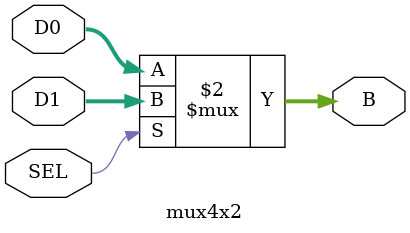
<source format=sv>
`timescale 1ns/1ns
module mux4x2
  (input SEL,
   input [0:3] D0,
   input [0:3] D1,
   output logic [0:3] B);

  always_comb B = SEL ? D1 : D0;
endmodule

</source>
